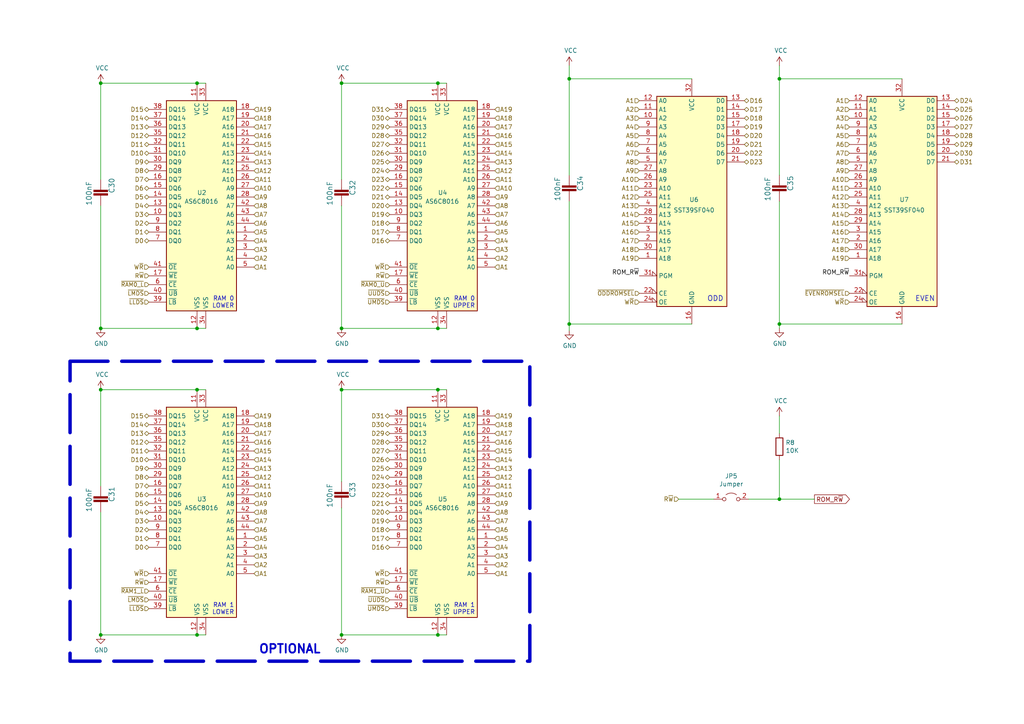
<source format=kicad_sch>
(kicad_sch (version 20230121) (generator eeschema)
  (paper "A4")
  (title_block (title "ROSCO_M68K MC68030 MINI EDITION") (date "2024-02-04") (rev "0") (company "The Really Old-School Company Limited") (comment 2 "See https://github.com/roscopeco/rosco_m68k/blob/master/LICENCE.hardware.txt") (comment 3 "Open Source Hardware licenced under CERN Open Hardware Licence") (comment 4 "Copyright 2024 Ross Bamford and Contributors"))
  (lib_symbols
    (symbol "Device:R" (pin_numbers hide) (pin_names (offset 0))
      (property "Reference" "R" (at 2.032 0 90))
      (property "Value" "R" (at 0 0 90))
      (symbol "R_0_1"
        (rectangle (start -1.016 -2.54) (end 1.016 2.54) (stroke (width 0.254)))
      )
      (symbol "R_1_1"
        (pin passive line (at 0 3.81 270) (length 1.27) (name "~") (number "1"))
        (pin passive line (at 0 -3.81 90) (length 1.27) (name "~") (number "2"))
      )
    )
    (symbol "Jumper:Jumper_2_Open" (pin_names (offset 0) hide)
      (property "Reference" "JP" (at 0 2.794 0))
      (property "Value" "Jumper_2_Open" (at 0 -2.286 0))
      (symbol "Jumper_2_Open_0_0"
        (circle (center -2.032 0) (radius 0.508))
        (circle (center 2.032 0) (radius 0.508))
      )
      (symbol "Jumper_2_Open_0_1"
        (arc (start 1.524 1.27) (mid 0 1.778) (end -1.524 1.27))
      )
      (symbol "Jumper_2_Open_1_1"
        (pin passive line (at -5.08 0 0) (length 2.54) (name "A") (number "1"))
        (pin passive line (at 5.08 0 180) (length 2.54) (name "B") (number "2"))
      )
    )
    (symbol "Memory_Flash:SST39SF040"
      (property "Reference" "U" (at 2.54 33.02 0))
      (property "Value" "SST39SF040" (at 0 -30.48 0))
      (symbol "SST39SF040_0_0"
        (pin power_in line (at 0 -34.29 90) (length 5.08) (name "GND") (number "16"))
        (pin power_in line (at 0 36.83 270) (length 5.08) (name "VCC") (number "32"))
      )
      (symbol "SST39SF040_0_1"
        (rectangle (start -10.16 31.75) (end 10.16 -29.21) (stroke (width 0.254)) (fill (type background)))
      )
      (symbol "SST39SF040_1_1"
        (pin input line (at -15.24 -15.24 0) (length 5.08) (name "A18") (number "1"))
        (pin input line (at -15.24 25.4 0) (length 5.08) (name "A2") (number "10"))
        (pin input line (at -15.24 27.94 0) (length 5.08) (name "A1") (number "11"))
        (pin input line (at -15.24 30.48 0) (length 5.08) (name "A0") (number "12"))
        (pin tri_state line (at 15.24 30.48 180) (length 5.08) (name "D0") (number "13"))
        (pin tri_state line (at 15.24 27.94 180) (length 5.08) (name "D1") (number "14"))
        (pin tri_state line (at 15.24 25.4 180) (length 5.08) (name "D2") (number "15"))
        (pin tri_state line (at 15.24 22.86 180) (length 5.08) (name "D3") (number "17"))
        (pin tri_state line (at 15.24 20.32 180) (length 5.08) (name "D4") (number "18"))
        (pin tri_state line (at 15.24 17.78 180) (length 5.08) (name "D5") (number "19"))
        (pin input line (at -15.24 -10.16 0) (length 5.08) (name "A16") (number "2"))
        (pin tri_state line (at 15.24 15.24 180) (length 5.08) (name "D6") (number "20"))
        (pin tri_state line (at 15.24 12.7 180) (length 5.08) (name "D7") (number "21"))
        (pin input input_low (at -15.24 -25.4 0) (length 5.08) (name "CE") (number "22"))
        (pin input line (at -15.24 5.08 0) (length 5.08) (name "A10") (number "23"))
        (pin input input_low (at -15.24 -27.94 0) (length 5.08) (name "OE") (number "24"))
        (pin input line (at -15.24 2.54 0) (length 5.08) (name "A11") (number "25"))
        (pin input line (at -15.24 7.62 0) (length 5.08) (name "A9") (number "26"))
        (pin input line (at -15.24 10.16 0) (length 5.08) (name "A8") (number "27"))
        (pin input line (at -15.24 -2.54 0) (length 5.08) (name "A13") (number "28"))
        (pin input line (at -15.24 -5.08 0) (length 5.08) (name "A14") (number "29"))
        (pin input line (at -15.24 -7.62 0) (length 5.08) (name "A15") (number "3"))
        (pin input line (at -15.24 -12.7 0) (length 5.08) (name "A17") (number "30"))
        (pin input input_low (at -15.24 -20.32 0) (length 5.08) (name "PGM") (number "31"))
        (pin input line (at -15.24 0 0) (length 5.08) (name "A12") (number "4"))
        (pin input line (at -15.24 12.7 0) (length 5.08) (name "A7") (number "5"))
        (pin input line (at -15.24 15.24 0) (length 5.08) (name "A6") (number "6"))
        (pin input line (at -15.24 17.78 0) (length 5.08) (name "A5") (number "7"))
        (pin input line (at -15.24 20.32 0) (length 5.08) (name "A4") (number "8"))
        (pin input line (at -15.24 22.86 0) (length 5.08) (name "A3") (number "9"))
      )
    )
    (symbol "Memory_RAM:AS6C4016-TSOP-II"
      (property "Reference" "U" (at 0 0 0))
      (symbol "AS6C4016-TSOP-II_0_1"
        (rectangle (start -10.16 29.21) (end 10.16 -31.75) (stroke (width 0.254)) (fill (type background)))
      )
      (symbol "AS6C4016-TSOP-II_1_1"
        (pin input line (at 15.24 -8.89 180) (length 5.08) (name "A4") (number "1"))
        (pin bidirectional line (at -15.24 -3.81 0) (length 5.08) (name "DQ3") (number "10"))
        (pin power_in line (at -1.27 34.29 270) (length 5.08) (name "VCC") (number "11"))
        (pin power_in line (at -1.27 -36.83 90) (length 5.08) (name "VSS") (number "12"))
        (pin bidirectional line (at -15.24 -1.27 0) (length 5.08) (name "DQ4") (number "13"))
        (pin bidirectional line (at -15.24 1.27 0) (length 5.08) (name "DQ5") (number "14"))
        (pin bidirectional line (at -15.24 3.81 0) (length 5.08) (name "DQ6") (number "15"))
        (pin bidirectional line (at -15.24 6.35 0) (length 5.08) (name "DQ7") (number "16"))
        (pin input line (at -15.24 -21.59 0) (length 5.08) (name "~{WE}") (number "17"))
        (pin input line (at 15.24 26.67 180) (length 5.08) (name "A18") (number "18"))
        (pin input line (at 15.24 24.13 180) (length 5.08) (name "A17") (number "19"))
        (pin input line (at 15.24 -11.43 180) (length 5.08) (name "A3") (number "2"))
        (pin input line (at 15.24 21.59 180) (length 5.08) (name "A16") (number "20"))
        (pin input line (at 15.24 19.05 180) (length 5.08) (name "A15") (number "21"))
        (pin input line (at 15.24 16.51 180) (length 5.08) (name "A14") (number "22"))
        (pin input line (at 15.24 13.97 180) (length 5.08) (name "A13") (number "23"))
        (pin input line (at 15.24 11.43 180) (length 5.08) (name "A12") (number "24"))
        (pin input line (at 15.24 8.89 180) (length 5.08) (name "A11") (number "25"))
        (pin input line (at 15.24 6.35 180) (length 5.08) (name "A10") (number "26"))
        (pin input line (at 15.24 3.81 180) (length 5.08) (name "A9") (number "27"))
        (pin input line (at 15.24 1.27 180) (length 5.08) (name "A8") (number "28"))
        (pin bidirectional line (at -15.24 8.89 0) (length 5.08) (name "DQ8") (number "29"))
        (pin input line (at 15.24 -13.97 180) (length 5.08) (name "A2") (number "3"))
        (pin bidirectional line (at -15.24 11.43 0) (length 5.08) (name "DQ9") (number "30"))
        (pin bidirectional line (at -15.24 13.97 0) (length 5.08) (name "DQ10") (number "31"))
        (pin bidirectional line (at -15.24 16.51 0) (length 5.08) (name "DQ11") (number "32"))
        (pin power_in line (at 1.27 34.29 270) (length 5.08) (name "VCC") (number "33"))
        (pin power_in line (at 1.27 -36.83 90) (length 5.08) (name "VSS") (number "34"))
        (pin bidirectional line (at -15.24 19.05 0) (length 5.08) (name "DQ12") (number "35"))
        (pin bidirectional line (at -15.24 21.59 0) (length 5.08) (name "DQ13") (number "36"))
        (pin bidirectional line (at -15.24 24.13 0) (length 5.08) (name "DQ14") (number "37"))
        (pin bidirectional line (at -15.24 26.67 0) (length 5.08) (name "DQ15") (number "38"))
        (pin input line (at -15.24 -29.21 0) (length 5.08) (name "~{LB}") (number "39"))
        (pin input line (at 15.24 -16.51 180) (length 5.08) (name "A1") (number "4"))
        (pin input line (at -15.24 -26.67 0) (length 5.08) (name "~{UB}") (number "40"))
        (pin input line (at -15.24 -19.05 0) (length 5.08) (name "~{OE}") (number "41"))
        (pin input line (at 15.24 -1.27 180) (length 5.08) (name "A7") (number "42"))
        (pin input line (at 15.24 -3.81 180) (length 5.08) (name "A6") (number "43"))
        (pin input line (at 15.24 -6.35 180) (length 5.08) (name "A5") (number "44"))
        (pin input line (at 15.24 -19.05 180) (length 5.08) (name "A0") (number "5"))
        (pin input line (at -15.24 -24.13 0) (length 5.08) (name "~{CE}") (number "6"))
        (pin bidirectional line (at -15.24 -11.43 0) (length 5.08) (name "DQ0") (number "7"))
        (pin bidirectional line (at -15.24 -8.89 0) (length 5.08) (name "DQ1") (number "8"))
        (pin bidirectional line (at -15.24 -6.35 0) (length 5.08) (name "DQ2") (number "9"))
      )
    )
    (symbol "power:GND" (power) (pin_names (offset 0))
      (property "Value" "GND" (at 0 -3.81 0))
      (symbol "GND_0_1"
        (polyline (pts (xy 0 0) (xy 0 -1.27) (xy 1.27 -1.27) (xy 0 -2.54) (xy -1.27 -1.27) (xy 0 -1.27)))
      )
      (symbol "GND_1_1"
        (pin power_in line (at 0 0 270) (length 0) hide (name "GND") (number "1"))
      )
    )
    (symbol "power:VCC" (power) (pin_names (offset 0))
      (property "Value" "VCC" (at 0 3.81 0))
      (symbol "VCC_0_1"
        (polyline (pts (xy -0.762 1.27) (xy 0 2.54)))
        (polyline (pts (xy 0 0) (xy 0 2.54)))
        (polyline (pts (xy 0 2.54) (xy 0.762 1.27)))
      )
      (symbol "VCC_1_1"
        (pin power_in line (at 0 0 90) (length 0) hide (name "VCC") (number "1"))
      )
    )
    (symbol "rosco_m68k-eagle-import:C2,5-3" (pin_names (offset 1.016))
      (property "Reference" "C" (at 1.524 0.381 0))
      (property "Value" "C2,5-3" (at 1.524 -4.699 0))
      (symbol "C2,5-3_1_0"
        (rectangle (start -2.032 -2.032) (end 2.032 -1.524) (fill (type outline)))
        (rectangle (start -2.032 -1.016) (end 2.032 -0.508) (fill (type outline)))
        (polyline (pts (xy 0 -2.54) (xy 0 -2.032)))
        (polyline (pts (xy 0 0) (xy 0 -0.508)))
        (pin passive line (at 0 2.54 270) (length 2.54) (name "1") (number "1"))
        (pin passive line (at 0 -5.08 90) (length 2.54) (name "2") (number "2"))
      )
    )
  )
  (junction (at 99.06 184.15))
  (junction (at 57.15 184.15))
  (junction (at 29.21 24.13))
  (junction (at 127 95.25))
  (junction (at 127 113.03))
  (junction (at 99.06 113.03))
  (junction (at 29.21 113.03))
  (junction (at 29.21 95.25))
  (junction (at 226.06 22.86))
  (junction (at 226.06 93.98))
  (junction (at 127 184.15))
  (junction (at 165.1 93.98))
  (junction (at 99.06 24.13))
  (junction (at 226.06 144.78))
  (junction (at 127 24.13))
  (junction (at 29.21 184.15))
  (junction (at 57.15 24.13))
  (junction (at 57.15 113.03))
  (junction (at 99.06 95.25))
  (junction (at 165.1 22.86))
  (junction (at 57.15 95.25))
  (wire (pts (xy 99.06 95.25) (xy 127 95.25)))
  (wire (pts (xy 99.06 24.13) (xy 99.06 52.07)))
  (wire (pts (xy 127 113.03) (xy 129.54 113.03)))
  (wire (pts (xy 165.1 22.86) (xy 200.66 22.86)))
  (wire (pts (xy 99.06 184.15) (xy 127 184.15)))
  (wire (pts (xy 127 95.25) (xy 129.54 95.25)))
  (wire (pts (xy 127 24.13) (xy 99.06 24.13)))
  (wire (pts (xy 127 24.13) (xy 129.54 24.13)))
  (wire (pts (xy 99.06 147.32) (xy 99.06 184.15)))
  (wire (pts (xy 200.66 93.98) (xy 165.1 93.98)))
  (wire (pts (xy 226.06 144.78) (xy 236.22 144.78)))
  (wire (pts (xy 261.62 93.98) (xy 226.06 93.98)))
  (wire (pts (xy 29.21 95.25) (xy 57.15 95.25)))
  (wire (pts (xy 226.06 58.42) (xy 226.06 93.98)))
  (wire (pts (xy 226.06 120.65) (xy 226.06 125.73)))
  (wire (pts (xy 165.1 22.86) (xy 165.1 50.8)))
  (wire (pts (xy 57.15 95.25) (xy 59.69 95.25)))
  (wire (pts (xy 57.15 24.13) (xy 29.21 24.13)))
  (wire (pts (xy 57.15 184.15) (xy 59.69 184.15)))
  (wire (pts (xy 226.06 22.86) (xy 226.06 50.8)))
  (wire (pts (xy 127 113.03) (xy 99.06 113.03)))
  (wire (pts (xy 29.21 184.15) (xy 57.15 184.15)))
  (wire (pts (xy 217.17 144.78) (xy 226.06 144.78)))
  (wire (pts (xy 165.1 93.98) (xy 165.1 95.885)))
  (wire (pts (xy 226.06 93.98) (xy 226.06 95.25)))
  (wire (pts (xy 29.21 148.59) (xy 29.21 184.15)))
  (wire (pts (xy 57.15 24.13) (xy 59.69 24.13)))
  (wire (pts (xy 165.1 58.42) (xy 165.1 93.98)))
  (wire (pts (xy 226.06 133.35) (xy 226.06 144.78)))
  (wire (pts (xy 196.85 144.78) (xy 207.01 144.78)))
  (wire (pts (xy 29.21 113.03) (xy 29.21 140.97)))
  (wire (pts (xy 226.06 22.86) (xy 261.62 22.86)))
  (wire (pts (xy 99.06 113.03) (xy 99.06 139.7)))
  (wire (pts (xy 226.06 19.05) (xy 226.06 22.86)))
  (wire (pts (xy 29.21 24.13) (xy 29.21 52.07)))
  (wire (pts (xy 57.15 113.03) (xy 59.69 113.03)))
  (wire (pts (xy 127 184.15) (xy 129.54 184.15)))
  (wire (pts (xy 29.21 59.69) (xy 29.21 95.25)))
  (wire (pts (xy 57.15 113.03) (xy 29.21 113.03)))
  (wire (pts (xy 99.06 59.69) (xy 99.06 95.25)))
  (wire (pts (xy 165.1 19.05) (xy 165.1 22.86)))
  (rectangle (start 20.32 104.775) (end 153.67 191.77) (stroke (width 1) (type dash)))
  (text "EVEN" (at 265.43 87.63 0) (effects (font (size 1.4986 1.4986)) (justify left bottom)))
  (text "ODD" (at 205.105 87.63 0) (effects (font (size 1.4986 1.4986)) (justify left bottom)))
  (text "RAM 1\nLOWER" (at 67.945 178.435 0) (effects (font (size 1.27 1.27)) (justify right bottom)))
  (text "OPTIONAL" (at 74.93 189.865 0) (effects (font (size 2.5 2.5) (thickness 0.5) bold) (justify left bottom)))
  (text "RAM 1\nUPPER" (at 137.795 178.435 0) (effects (font (size 1.27 1.27)) (justify right bottom)))
  (text "RAM 0\nUPPER" (at 137.795 89.535 0) (effects (font (size 1.27 1.27)) (justify right bottom)))
  (text "RAM 0\nLOWER" (at 67.945 89.535 0) (effects (font (size 1.27 1.27)) (justify right bottom)))
  (label "ROM_R~{W}" (at 185.42 80.01 180))
  (label "ROM_R~{W}" (at 246.38 80.01 180))
  (global_label "ROM_R~{W}" (shape output) (at 236.22 144.78 0) (property "Intersheetrefs" "${INTERSHEET_REFS}" (effects hide)))
  (hierarchical_label "A12" (shape input) (at 73.66 138.43 0))
  (hierarchical_label "D26" (shape bidirectional) (at 113.03 44.45 180))
  (hierarchical_label "A1" (shape input) (at 73.66 77.47 0))
  (hierarchical_label "A13" (shape input) (at 143.51 135.89 0))
  (hierarchical_label "A15" (shape input) (at 73.66 41.91 0))
  (hierarchical_label "~{EVENROMSEL}" (shape input) (at 246.38 85.09 180) (effects (font (size 1.1938 1.1938))))
  (hierarchical_label "D7" (shape bidirectional) (at 43.18 140.97 180))
  (hierarchical_label "A18" (shape input) (at 143.51 34.29 0))
  (hierarchical_label "A1" (shape input) (at 143.51 77.47 0))
  (hierarchical_label "D27" (shape bidirectional) (at 276.86 36.83 0))
  (hierarchical_label "A9" (shape input) (at 73.66 57.15 0))
  (hierarchical_label "D19" (shape bidirectional) (at 113.03 151.13 180))
  (hierarchical_label "D2" (shape bidirectional) (at 43.18 64.77 180))
  (hierarchical_label "A5" (shape input) (at 143.51 67.31 0))
  (hierarchical_label "A6" (shape input) (at 185.42 41.91 180))
  (hierarchical_label "~{LMDS}" (shape input) (at 43.18 173.99 180) (effects (font (size 1.1938 1.1938))))
  (hierarchical_label "A4" (shape input) (at 246.38 36.83 180))
  (hierarchical_label "A4" (shape input) (at 73.66 158.75 0))
  (hierarchical_label "D16" (shape bidirectional) (at 215.9 29.21 0))
  (hierarchical_label "~{UMDS}" (shape input) (at 113.03 87.63 180) (effects (font (size 1.1938 1.1938))))
  (hierarchical_label "A3" (shape input) (at 143.51 72.39 0))
  (hierarchical_label "D7" (shape bidirectional) (at 43.18 52.07 180))
  (hierarchical_label "A5" (shape input) (at 73.66 67.31 0))
  (hierarchical_label "A2" (shape input) (at 73.66 74.93 0))
  (hierarchical_label "A9" (shape input) (at 185.42 49.53 180))
  (hierarchical_label "~{RAM0_L}" (shape input) (at 43.18 82.55 180) (effects (font (size 1.1938 1.1938))))
  (hierarchical_label "D2" (shape bidirectional) (at 43.18 153.67 180))
  (hierarchical_label "D22" (shape bidirectional) (at 113.03 143.51 180))
  (hierarchical_label "A2" (shape input) (at 73.66 163.83 0))
  (hierarchical_label "D24" (shape bidirectional) (at 113.03 138.43 180))
  (hierarchical_label "R~{W}" (shape input) (at 43.18 168.91 180) (effects (font (size 1.1938 1.1938))))
  (hierarchical_label "D17" (shape bidirectional) (at 113.03 156.21 180))
  (hierarchical_label "A5" (shape input) (at 246.38 39.37 180))
  (hierarchical_label "A14" (shape input) (at 73.66 44.45 0))
  (hierarchical_label "D15" (shape bidirectional) (at 43.18 120.65 180))
  (hierarchical_label "A13" (shape input) (at 246.38 59.69 180))
  (hierarchical_label "A19" (shape input) (at 143.51 120.65 0))
  (hierarchical_label "A9" (shape input) (at 143.51 57.15 0))
  (hierarchical_label "A15" (shape input) (at 73.66 130.81 0))
  (hierarchical_label "~{UUDS}" (shape input) (at 113.03 173.99 180) (effects (font (size 1.1938 1.1938))))
  (hierarchical_label "A17" (shape input) (at 73.66 125.73 0))
  (hierarchical_label "D25" (shape bidirectional) (at 113.03 135.89 180))
  (hierarchical_label "D16" (shape bidirectional) (at 113.03 158.75 180))
  (hierarchical_label "D30" (shape bidirectional) (at 113.03 34.29 180))
  (hierarchical_label "A10" (shape input) (at 73.66 54.61 0))
  (hierarchical_label "A2" (shape input) (at 246.38 31.75 180))
  (hierarchical_label "A11" (shape input) (at 185.42 54.61 180))
  (hierarchical_label "A19" (shape input) (at 73.66 120.65 0))
  (hierarchical_label "A14" (shape input) (at 185.42 62.23 180))
  (hierarchical_label "D21" (shape bidirectional) (at 113.03 57.15 180))
  (hierarchical_label "D29" (shape bidirectional) (at 113.03 125.73 180))
  (hierarchical_label "A4" (shape input) (at 143.51 158.75 0))
  (hierarchical_label "~{LMDS}" (shape input) (at 43.18 85.09 180) (effects (font (size 1.1938 1.1938))))
  (hierarchical_label "D28" (shape bidirectional) (at 113.03 128.27 180))
  (hierarchical_label "~{LLDS}" (shape input) (at 43.18 87.63 180) (effects (font (size 1.1938 1.1938))))
  (hierarchical_label "A14" (shape input) (at 143.51 44.45 0))
  (hierarchical_label "A8" (shape input) (at 143.51 59.69 0))
  (hierarchical_label "A15" (shape input) (at 143.51 41.91 0))
  (hierarchical_label "A15" (shape input) (at 185.42 64.77 180))
  (hierarchical_label "A5" (shape input) (at 185.42 39.37 180))
  (hierarchical_label "D6" (shape bidirectional) (at 43.18 143.51 180))
  (hierarchical_label "D22" (shape bidirectional) (at 215.9 44.45 0))
  (hierarchical_label "A12" (shape input) (at 143.51 138.43 0))
  (hierarchical_label "A8" (shape input) (at 246.38 46.99 180))
  (hierarchical_label "A2" (shape input) (at 185.42 31.75 180))
  (hierarchical_label "A4" (shape input) (at 185.42 36.83 180))
  (hierarchical_label "D9" (shape bidirectional) (at 43.18 46.99 180))
  (hierarchical_label "D21" (shape bidirectional) (at 113.03 146.05 180))
  (hierarchical_label "D29" (shape bidirectional) (at 113.03 36.83 180))
  (hierarchical_label "A1" (shape input) (at 143.51 166.37 0))
  (hierarchical_label "A7" (shape input) (at 185.42 44.45 180))
  (hierarchical_label "D8" (shape bidirectional) (at 43.18 49.53 180))
  (hierarchical_label "D12" (shape bidirectional) (at 43.18 128.27 180))
  (hierarchical_label "D31" (shape bidirectional) (at 276.86 46.99 0))
  (hierarchical_label "D24" (shape bidirectional) (at 276.86 29.21 0))
  (hierarchical_label "D23" (shape bidirectional) (at 215.9 46.99 0))
  (hierarchical_label "A1" (shape input) (at 73.66 166.37 0))
  (hierarchical_label "D4" (shape bidirectional) (at 43.18 59.69 180))
  (hierarchical_label "A3" (shape input) (at 185.42 34.29 180))
  (hierarchical_label "A9" (shape input) (at 73.66 146.05 0))
  (hierarchical_label "D20" (shape bidirectional) (at 215.9 39.37 0))
  (hierarchical_label "R~{W}" (shape input) (at 113.03 168.91 180) (effects (font (size 1.1938 1.1938))))
  (hierarchical_label "A9" (shape input) (at 143.51 146.05 0))
  (hierarchical_label "D14" (shape bidirectional) (at 43.18 34.29 180))
  (hierarchical_label "A13" (shape input) (at 73.66 46.99 0))
  (hierarchical_label "A19" (shape input) (at 185.42 74.93 180))
  (hierarchical_label "~{RAM1_L}" (shape input) (at 43.18 171.45 180) (effects (font (size 1.1938 1.1938))))
  (hierarchical_label "A8" (shape input) (at 143.51 148.59 0))
  (hierarchical_label "~{ODDROMSEL}" (shape input) (at 185.42 85.09 180) (effects (font (size 1.1938 1.1938))))
  (hierarchical_label "A7" (shape input) (at 143.51 62.23 0))
  (hierarchical_label "D25" (shape bidirectional) (at 276.86 31.75 0))
  (hierarchical_label "R~{W}" (shape input) (at 196.85 144.78 180))
  (hierarchical_label "D21" (shape bidirectional) (at 215.9 41.91 0))
  (hierarchical_label "D0" (shape bidirectional) (at 43.18 69.85 180))
  (hierarchical_label "A9" (shape input) (at 246.38 49.53 180))
  (hierarchical_label "D5" (shape bidirectional) (at 43.18 57.15 180))
  (hierarchical_label "D0" (shape bidirectional) (at 43.18 158.75 180))
  (hierarchical_label "R~{W}" (shape input) (at 43.18 80.01 180) (effects (font (size 1.1938 1.1938))))
  (hierarchical_label "D15" (shape bidirectional) (at 43.18 31.75 180))
  (hierarchical_label "A3" (shape input) (at 73.66 161.29 0))
  (hierarchical_label "~{UUDS}" (shape input) (at 113.03 85.09 180) (effects (font (size 1.1938 1.1938))))
  (hierarchical_label "D13" (shape bidirectional) (at 43.18 36.83 180))
  (hierarchical_label "D3" (shape bidirectional) (at 43.18 62.23 180))
  (hierarchical_label "A1" (shape input) (at 246.38 29.21 180))
  (hierarchical_label "W~{R}" (shape input) (at 185.42 87.63 180))
  (hierarchical_label "A18" (shape input) (at 246.38 72.39 180))
  (hierarchical_label "A7" (shape input) (at 246.38 44.45 180))
  (hierarchical_label "A4" (shape input) (at 73.66 69.85 0))
  (hierarchical_label "A13" (shape input) (at 185.42 59.69 180))
  (hierarchical_label "A6" (shape input) (at 246.38 41.91 180))
  (hierarchical_label "A3" (shape input) (at 143.51 161.29 0))
  (hierarchical_label "D20" (shape bidirectional) (at 113.03 148.59 180))
  (hierarchical_label "A5" (shape input) (at 73.66 156.21 0))
  (hierarchical_label "D31" (shape bidirectional) (at 113.03 31.75 180))
  (hierarchical_label "A7" (shape input) (at 73.66 151.13 0))
  (hierarchical_label "D20" (shape bidirectional) (at 113.03 59.69 180))
  (hierarchical_label "D11" (shape bidirectional) (at 43.18 130.81 180))
  (hierarchical_label "D9" (shape bidirectional) (at 43.18 135.89 180))
  (hierarchical_label "A18" (shape input) (at 73.66 123.19 0))
  (hierarchical_label "W~{R}" (shape input) (at 246.38 87.63 180))
  (hierarchical_label "A17" (shape input) (at 185.42 69.85 180))
  (hierarchical_label "A10" (shape input) (at 73.66 143.51 0))
  (hierarchical_label "D27" (shape bidirectional) (at 113.03 41.91 180))
  (hierarchical_label "A16" (shape input) (at 73.66 39.37 0))
  (hierarchical_label "A2" (shape input) (at 143.51 74.93 0))
  (hierarchical_label "A11" (shape input) (at 143.51 140.97 0))
  (hierarchical_label "D28" (shape bidirectional) (at 276.86 39.37 0))
  (hierarchical_label "D17" (shape bidirectional) (at 113.03 67.31 180))
  (hierarchical_label "A12" (shape input) (at 143.51 49.53 0))
  (hierarchical_label "A7" (shape input) (at 143.51 151.13 0))
  (hierarchical_label "A16" (shape input) (at 73.66 128.27 0))
  (hierarchical_label "A16" (shape input) (at 143.51 128.27 0))
  (hierarchical_label "A10" (shape input) (at 143.51 143.51 0))
  (hierarchical_label "A8" (shape input) (at 73.66 59.69 0))
  (hierarchical_label "D1" (shape bidirectional) (at 43.18 156.21 180))
  (hierarchical_label "A6" (shape input) (at 73.66 153.67 0))
  (hierarchical_label "A19" (shape input) (at 246.38 74.93 180))
  (hierarchical_label "A19" (shape input) (at 143.51 31.75 0))
  (hierarchical_label "D23" (shape bidirectional) (at 113.03 52.07 180))
  (hierarchical_label "D8" (shape bidirectional) (at 43.18 138.43 180))
  (hierarchical_label "D19" (shape bidirectional) (at 215.9 36.83 0))
  (hierarchical_label "R~{W}" (shape input) (at 113.03 80.01 180) (effects (font (size 1.1938 1.1938))))
  (hierarchical_label "A15" (shape input) (at 143.51 130.81 0))
  (hierarchical_label "A12" (shape input) (at 185.42 57.15 180))
  (hierarchical_label "D10" (shape bidirectional) (at 43.18 133.35 180))
  (hierarchical_label "A17" (shape input) (at 73.66 36.83 0))
  (hierarchical_label "A5" (shape input) (at 143.51 156.21 0))
  (hierarchical_label "A6" (shape input) (at 73.66 64.77 0))
  (hierarchical_label "D30" (shape bidirectional) (at 113.03 123.19 180))
  (hierarchical_label "D16" (shape bidirectional) (at 113.03 69.85 180))
  (hierarchical_label "D27" (shape bidirectional) (at 113.03 130.81 180))
  (hierarchical_label "A16" (shape input) (at 246.38 67.31 180))
  (hierarchical_label "A11" (shape input) (at 143.51 52.07 0))
  (hierarchical_label "D10" (shape bidirectional) (at 43.18 44.45 180))
  (hierarchical_label "D4" (shape bidirectional) (at 43.18 148.59 180))
  (hierarchical_label "A13" (shape input) (at 143.51 46.99 0))
  (hierarchical_label "A18" (shape input) (at 73.66 34.29 0))
  (hierarchical_label "A17" (shape input) (at 143.51 36.83 0))
  (hierarchical_label "D14" (shape bidirectional) (at 43.18 123.19 180))
  (hierarchical_label "D6" (shape bidirectional) (at 43.18 54.61 180))
  (hierarchical_label "D28" (shape bidirectional) (at 113.03 39.37 180))
  (hierarchical_label "~{LLDS}" (shape input) (at 43.18 176.53 180) (effects (font (size 1.1938 1.1938))))
  (hierarchical_label "D25" (shape bidirectional) (at 113.03 46.99 180))
  (hierarchical_label "A16" (shape input) (at 143.51 39.37 0))
  (hierarchical_label "A8" (shape input) (at 73.66 148.59 0))
  (hierarchical_label "D5" (shape bidirectional) (at 43.18 146.05 180))
  (hierarchical_label "D30" (shape bidirectional) (at 276.86 44.45 0))
  (hierarchical_label "A17" (shape input) (at 143.51 125.73 0))
  (hierarchical_label "D18" (shape bidirectional) (at 215.9 34.29 0))
  (hierarchical_label "A3" (shape input) (at 246.38 34.29 180))
  (hierarchical_label "~{RAM1_U}" (shape input) (at 113.03 171.45 180) (effects (font (size 1.1938 1.1938))))
  (hierarchical_label "D3" (shape bidirectional) (at 43.18 151.13 180))
  (hierarchical_label "~{UMDS}" (shape input) (at 113.03 176.53 180) (effects (font (size 1.1938 1.1938))))
  (hierarchical_label "A7" (shape input) (at 73.66 62.23 0))
  (hierarchical_label "D31" (shape bidirectional) (at 113.03 120.65 180))
  (hierarchical_label "A14" (shape input) (at 246.38 62.23 180))
  (hierarchical_label "A11" (shape input) (at 246.38 54.61 180))
  (hierarchical_label "D18" (shape bidirectional) (at 113.03 153.67 180))
  (hierarchical_label "A14" (shape input) (at 143.51 133.35 0))
  (hierarchical_label "D29" (shape bidirectional) (at 276.86 41.91 0))
  (hierarchical_label "A13" (shape input) (at 73.66 135.89 0))
  (hierarchical_label "W~{R}" (shape input) (at 113.03 166.37 180))
  (hierarchical_label "D26" (shape bidirectional) (at 113.03 133.35 180))
  (hierarchical_label "A18" (shape input) (at 185.42 72.39 180))
  (hierarchical_label "A1" (shape input) (at 185.42 29.21 180))
  (hierarchical_label "D12" (shape bidirectional) (at 43.18 39.37 180))
  (hierarchical_label "A18" (shape input) (at 143.51 123.19 0))
  (hierarchical_label "D11" (shape bidirectional) (at 43.18 41.91 180))
  (hierarchical_label "A11" (shape input) (at 73.66 52.07 0))
  (hierarchical_label "W~{R}" (shape input) (at 113.03 77.47 180))
  (hierarchical_label "D13" (shape bidirectional) (at 43.18 125.73 180))
  (hierarchical_label "A12" (shape input) (at 73.66 49.53 0))
  (hierarchical_label "A10" (shape input) (at 143.51 54.61 0))
  (hierarchical_label "A15" (shape input) (at 246.38 64.77 180))
  (hierarchical_label "A11" (shape input) (at 73.66 140.97 0))
  (hierarchical_label "~{RAM0_U}" (shape input) (at 113.03 82.55 180) (effects (font (size 1.1938 1.1938))))
  (hierarchical_label "A6" (shape input) (at 143.51 153.67 0))
  (hierarchical_label "A10" (shape input) (at 246.38 52.07 180))
  (hierarchical_label "A8" (shape input) (at 185.42 46.99 180))
  (hierarchical_label "A3" (shape input) (at 73.66 72.39 0))
  (hierarchical_label "A12" (shape input) (at 246.38 57.15 180))
  (hierarchical_label "D19" (shape bidirectional) (at 113.03 62.23 180))
  (hierarchical_label "D17" (shape bidirectional) (at 215.9 31.75 0))
  (hierarchical_label "A10" (shape input) (at 185.42 52.07 180))
  (hierarchical_label "D26" (shape bidirectional) (at 276.86 34.29 0))
  (hierarchical_label "A6" (shape input) (at 143.51 64.77 0))
  (hierarchical_label "A16" (shape input) (at 185.42 67.31 180))
  (hierarchical_label "A17" (shape input) (at 246.38 69.85 180))
  (hierarchical_label "D22" (shape bidirectional) (at 113.03 54.61 180))
  (hierarchical_label "A2" (shape input) (at 143.51 163.83 0))
  (hierarchical_label "A4" (shape input) (at 143.51 69.85 0))
  (hierarchical_label "A14" (shape input) (at 73.66 133.35 0))
  (hierarchical_label "A19" (shape input) (at 73.66 31.75 0))
  (hierarchical_label "D24" (shape bidirectional) (at 113.03 49.53 180))
  (hierarchical_label "D1" (shape bidirectional) (at 43.18 67.31 180))
  (hierarchical_label "D18" (shape bidirectional) (at 113.03 64.77 180))
  (hierarchical_label "W~{R}" (shape input) (at 43.18 166.37 180))
  (hierarchical_label "D23" (shape bidirectional) (at 113.03 140.97 180))
  (hierarchical_label "W~{R}" (shape input) (at 43.18 77.47 180))
  (symbol (lib_id "power:VCC") (at 165.1 19.05 0) (unit 1)
    (property "Reference" "#PWR054" (effects hide))
    (property "Value" "VCC" (at 165.5318 14.6558 0))
  )
  (symbol (lib_id "Memory_Flash:SST39SF040") (at 200.66 59.69 0) (unit 1)
    (property "Reference" "U6" (at 201.295 57.912 0))
    (property "Value" "SST39SF040" (at 201.295 60.96 0))
    (property "Footprint" "Package_DIP:DIP-32_W15.24mm_Socket_LongPads" (effects hide))
    (property "Datasheet" "http://ww1.microchip.com/downloads/en/DeviceDoc/25022B.pdf" (effects hide))
  )
  (symbol (lib_id "Memory_Flash:SST39SF040") (at 261.62 59.69 0) (unit 1)
    (property "Reference" "U7" (at 262.255 57.912 0))
    (property "Value" "SST39SF040" (at 262.255 60.96 0))
    (property "Footprint" "Package_DIP:DIP-32_W15.24mm_Socket_LongPads" (effects hide))
    (property "Datasheet" "http://ww1.microchip.com/downloads/en/DeviceDoc/25022B.pdf" (effects hide))
  )
  (symbol (lib_id "power:GND") (at 165.1 95.885 0) (unit 1)
    (property "Reference" "#PWR055" (effects hide))
    (property "Value" "GND" (at 165.227 100.2792 0))
  )
  (symbol (lib_id "Jumper:Jumper_2_Open") (at 212.09 144.78 0) (unit 1)
    (property "Reference" "JP5" (at 212.09 138.0744 0))
    (property "Value" "Jumper" (at 212.09 140.3858 0))
    (property "Footprint" "rosco_m68k:1X02" (effects hide))
  )
  (symbol (lib_id "Device:R") (at 226.06 129.54 0) (unit 1)
    (property "Reference" "R8" (at 227.838 128.3716 0) (effects (justify left)))
    (property "Value" "10K" (at 227.838 130.683 0) (effects (justify left)))
    (property "Footprint" "rosco_m68k:0207_10" (effects hide))
  )
  (symbol (lib_id "power:VCC") (at 226.06 120.65 0) (unit 1)
    (property "Reference" "#PWR058" (effects hide))
    (property "Value" "VCC" (at 226.4918 116.2558 0))
  )
  (symbol (lib_id "power:VCC") (at 226.06 19.05 0) (unit 1)
    (property "Reference" "#PWR056" (effects hide))
    (property "Value" "VCC" (at 226.4918 14.6558 0))
  )
  (symbol (lib_id "rosco_m68k-eagle-import:C2,5-3") (at 226.06 53.34 0) (unit 1)
    (property "Reference" "C35" (at 230.124 55.499 90) (effects (font (size 1.4986 1.4986)) (justify left bottom)))
    (property "Value" "100nF" (at 223.52 58.42 90) (effects (font (size 1.4986 1.4986)) (justify left bottom)))
    (property "Footprint" "rosco_m68k:C2.5-3" (effects hide))
  )
  (symbol (lib_id "power:GND") (at 226.06 95.25 0) (unit 1)
    (property "Reference" "#PWR057" (effects hide))
    (property "Value" "GND" (at 226.187 99.6442 0))
  )
  (symbol (lib_id "power:VCC") (at 29.21 24.13 0) (unit 1)
    (property "Reference" "#PWR046" (effects hide))
    (property "Value" "VCC" (at 29.6418 19.7358 0))
  )
  (symbol (lib_id "rosco_m68k-eagle-import:C2,5-3") (at 29.21 54.61 0) (unit 1)
    (property "Reference" "C30" (at 33.274 56.134 90) (effects (font (size 1.4986 1.4986)) (justify left bottom)))
    (property "Value" "100nF" (at 26.67 59.69 90) (effects (font (size 1.4986 1.4986)) (justify left bottom)))
    (property "Footprint" "rosco_m68k:C2.5-3" (effects hide))
  )
  (symbol (lib_id "power:GND") (at 29.21 95.25 0) (unit 1)
    (property "Reference" "#PWR047" (effects hide))
    (property "Value" "GND" (at 29.337 99.6442 0))
  )
  (symbol (lib_id "rosco_m68k-eagle-import:C2,5-3") (at 165.1 53.34 0) (unit 1)
    (property "Reference" "C34" (at 169.164 55.499 90) (effects (font (size 1.4986 1.4986)) (justify left bottom)))
    (property "Value" "100nF" (at 162.56 58.42 90) (effects (font (size 1.4986 1.4986)) (justify left bottom)))
    (property "Footprint" "rosco_m68k:C2.5-3" (effects hide))
  )
  (symbol (lib_id "Memory_RAM:AS6C4016-TSOP-II") (at 58.42 147.32 0) (unit 1)
    (property "Reference" "U3" (at 57.15 144.78 0) (effects (justify left)))
    (property "Value" "AS6C8016" (at 58.42 147.32 0))
    (property "Footprint" "Package_SO:TSOP-II-44_10.16x18.41mm_P0.8mm" (effects hide))
    (property "Datasheet" "https://www.mouser.co.uk/datasheet/2/12/AS6C8016-1775761.pdf" (effects hide))
  )
  (symbol (lib_id "power:GND") (at 99.06 95.25 0) (unit 1)
    (property "Reference" "#PWR051" (effects hide))
    (property "Value" "GND" (at 99.187 99.6442 0))
  )
  (symbol (lib_id "power:VCC") (at 99.06 24.13 0) (unit 1)
    (property "Reference" "#PWR050" (effects hide))
    (property "Value" "VCC" (at 99.4918 19.7358 0))
  )
  (symbol (lib_id "rosco_m68k-eagle-import:C2,5-3") (at 99.06 142.24 0) (unit 1)
    (property "Reference" "C33" (at 103.124 144.399 90) (effects (font (size 1.4986 1.4986)) (justify left bottom)))
    (property "Value" "100nF" (at 96.52 147.32 90) (effects (font (size 1.4986 1.4986)) (justify left bottom)))
    (property "Footprint" "rosco_m68k:C2.5-3" (effects hide))
  )
  (symbol (lib_id "power:VCC") (at 99.06 113.03 0) (unit 1)
    (property "Reference" "#PWR052" (effects hide))
    (property "Value" "VCC" (at 99.4918 108.6358 0))
  )
  (symbol (lib_id "power:GND") (at 29.21 184.15 0) (unit 1)
    (property "Reference" "#PWR049" (effects hide))
    (property "Value" "GND" (at 29.337 188.5442 0))
  )
  (symbol (lib_id "power:VCC") (at 29.21 113.03 0) (unit 1)
    (property "Reference" "#PWR048" (effects hide))
    (property "Value" "VCC" (at 29.6418 108.6358 0))
  )
  (symbol (lib_id "Memory_RAM:AS6C4016-TSOP-II") (at 128.27 147.32 0) (unit 1)
    (property "Reference" "U5" (at 127 144.78 0) (effects (justify left)))
    (property "Value" "AS6C8016" (at 128.27 147.32 0))
    (property "Footprint" "Package_SO:TSOP-II-44_10.16x18.41mm_P0.8mm" (effects hide))
    (property "Datasheet" "https://www.mouser.co.uk/datasheet/2/12/AS6C8016-1775761.pdf" (effects hide))
  )
  (symbol (lib_id "Memory_RAM:AS6C4016-TSOP-II") (at 58.42 58.42 0) (unit 1)
    (property "Reference" "U2" (at 57.15 55.88 0) (effects (justify left)))
    (property "Value" "AS6C8016" (at 58.42 58.42 0))
    (property "Footprint" "Package_SO:TSOP-II-44_10.16x18.41mm_P0.8mm" (effects hide))
    (property "Datasheet" "https://www.mouser.co.uk/datasheet/2/12/AS6C8016-1775761.pdf" (effects hide))
  )
  (symbol (lib_id "power:GND") (at 99.06 184.15 0) (unit 1)
    (property "Reference" "#PWR053" (effects hide))
    (property "Value" "GND" (at 99.187 188.5442 0))
  )
  (symbol (lib_id "rosco_m68k-eagle-import:C2,5-3") (at 29.21 143.51 0) (unit 1)
    (property "Reference" "C31" (at 33.274 145.669 90) (effects (font (size 1.4986 1.4986)) (justify left bottom)))
    (property "Value" "100nF" (at 26.67 148.59 90) (effects (font (size 1.4986 1.4986)) (justify left bottom)))
    (property "Footprint" "rosco_m68k:C2.5-3" (effects hide))
  )
  (symbol (lib_id "rosco_m68k-eagle-import:C2,5-3") (at 99.06 54.61 0) (unit 1)
    (property "Reference" "C32" (at 103.124 56.769 90) (effects (font (size 1.4986 1.4986)) (justify left bottom)))
    (property "Value" "100nF" (at 96.52 59.69 90) (effects (font (size 1.4986 1.4986)) (justify left bottom)))
    (property "Footprint" "rosco_m68k:C2.5-3" (effects hide))
  )
  (symbol (lib_id "Memory_RAM:AS6C4016-TSOP-II") (at 128.27 58.42 0) (unit 1)
    (property "Reference" "U4" (at 127 55.88 0) (effects (justify left)))
    (property "Value" "AS6C8016" (at 128.27 58.42 0))
    (property "Footprint" "Package_SO:TSOP-II-44_10.16x18.41mm_P0.8mm" (effects hide))
    (property "Datasheet" "https://www.mouser.co.uk/datasheet/2/12/AS6C8016-1775761.pdf" (effects hide))
  )
)
</source>
